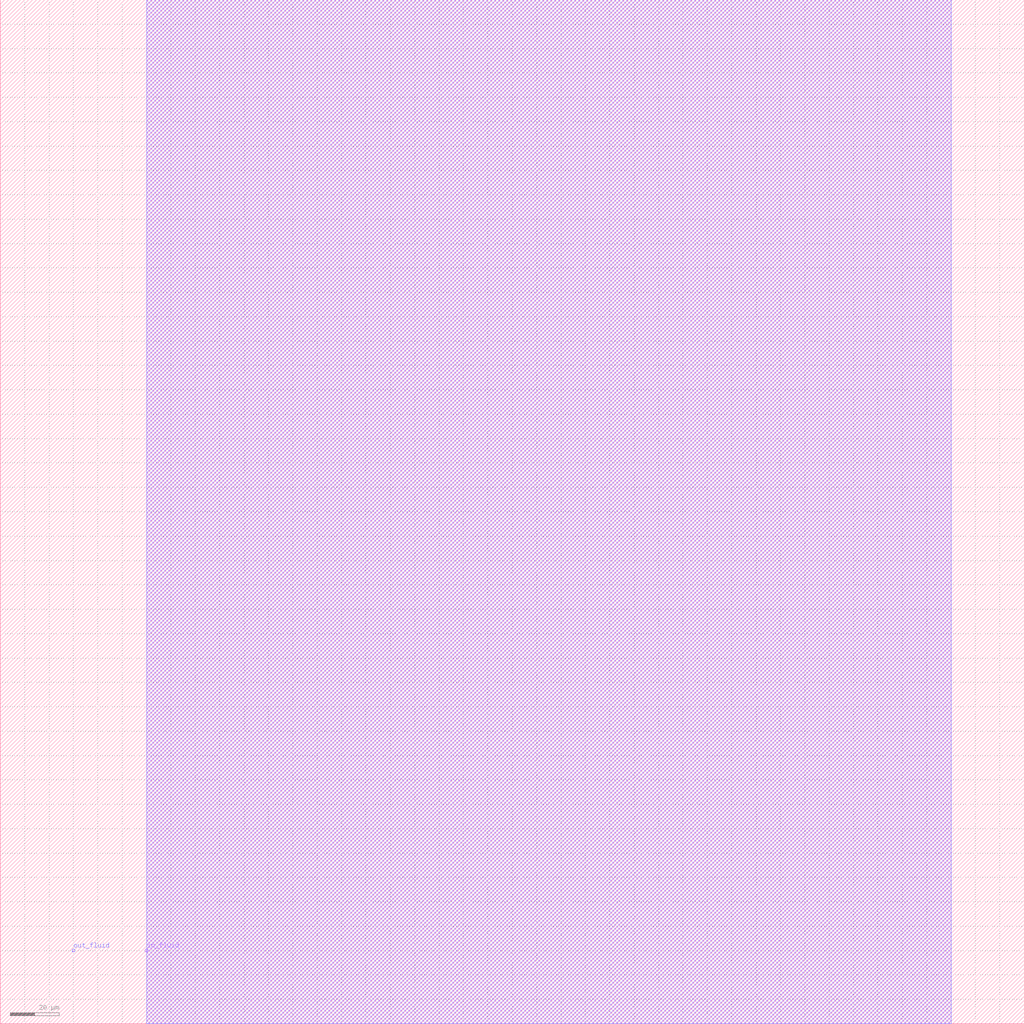
<source format=lef>

################################## FUNCTIONAL ##################################
#### 2 Layer DEV ####

MACRO serpentine_300px_1
  CLASS CORE ;
  ORIGIN  0 0 ;
  FOREIGN serpentine_300px_0 0 0 ;
  SIZE 420 BY 420 ;
  SYMMETRY X Y ;
  SITE CoreSite ;
  PIN in_fluid
    DIRECTION INPUT ;
    USE SIGNAL ;
    PORT
      LAYER met2 ;
        RECT 59.5 29.5 60.5 30.5 ;
    END
  END in_fluid
  PIN out_fluid
    DIRECTION OUTPUT ;
    USE SIGNAL ;
    PORT
      LAYER met3 ;
        RECT 29.5 29.5 30.5 30.5 ;
    END
  END out_fluid
  OBS
    LAYER met2 ;
      RECT 60 0 390 420 ;
    LAYER met3 ;
      RECT 60 0 390 420 ;
  END
  PROPERTY CatenaDesignType "deviceLevel" ;
END serpentine_300px_1

</source>
